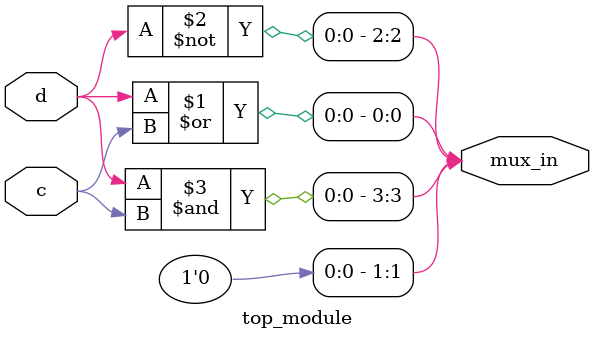
<source format=v>
/*For the following Karnaugh map, give the circuit implementation using one 4-to-1 multiplexer and as many 2-to-1 multiplexers as required, 
but using as few as possible. You are not allowed to use any other logic gate and you must use a and b as the multiplexer selector inputs, 
as shown on the 4-to-1 multiplexer below.

You are implementing just the portion labelled top_module, 
such that the entire circuit (including the 4-to-1 mux) implements the K-map.*/
module top_module (
    input c,
    input d,
    output [3:0] mux_in
); 
    assign mux_in[0]=d|c;
    assign mux_in[1]=0;
    assign mux_in[2]=~d;
    assign mux_in[3]=d&c;
            
endmodule

</source>
